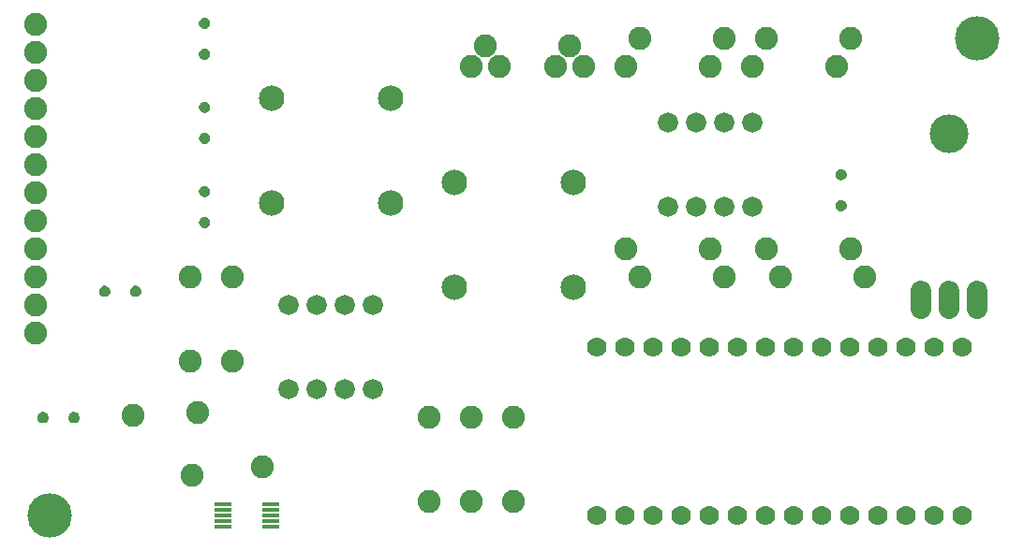
<source format=gts>
G04 EAGLE Gerber RS-274X export*
G75*
%MOMM*%
%FSLAX34Y34*%
%LPD*%
%INTop Soldermask*%
%IPPOS*%
%AMOC8*
5,1,8,0,0,1.08239X$1,22.5*%
G01*
%ADD10C,4.013200*%
%ADD11C,2.082800*%
%ADD12C,1.778000*%
%ADD13C,2.303200*%
%ADD14C,1.828800*%
%ADD15C,3.505200*%
%ADD16C,1.828800*%
%ADD17R,1.625600X0.431800*%

G36*
X177948Y478773D02*
X177948Y478773D01*
X178039Y478772D01*
X179003Y478903D01*
X179051Y478919D01*
X179140Y478938D01*
X180051Y479280D01*
X180094Y479306D01*
X180178Y479345D01*
X180989Y479882D01*
X181025Y479917D01*
X181098Y479973D01*
X181770Y480677D01*
X181798Y480719D01*
X181856Y480790D01*
X182354Y481626D01*
X182355Y481629D01*
X182357Y481631D01*
X182363Y481650D01*
X182372Y481673D01*
X182412Y481755D01*
X182712Y482681D01*
X182719Y482731D01*
X182741Y482820D01*
X182827Y483789D01*
X182823Y483836D01*
X182826Y483911D01*
X182724Y484887D01*
X182710Y484935D01*
X182694Y485025D01*
X182378Y485954D01*
X182354Y485998D01*
X182317Y486083D01*
X181803Y486918D01*
X181769Y486955D01*
X181715Y487030D01*
X181027Y487730D01*
X180986Y487759D01*
X180917Y487819D01*
X180090Y488348D01*
X180044Y488367D01*
X179963Y488411D01*
X179040Y488743D01*
X178990Y488751D01*
X178901Y488776D01*
X177927Y488894D01*
X177877Y488891D01*
X177791Y488895D01*
X176789Y488800D01*
X176740Y488786D01*
X176650Y488770D01*
X175694Y488454D01*
X175649Y488430D01*
X175565Y488395D01*
X174704Y487873D01*
X174666Y487840D01*
X174591Y487787D01*
X173867Y487087D01*
X173838Y487046D01*
X173777Y486977D01*
X173227Y486134D01*
X173207Y486088D01*
X173163Y486007D01*
X172815Y485063D01*
X172806Y485013D01*
X172781Y484925D01*
X172651Y483927D01*
X172653Y483884D01*
X172652Y483758D01*
X172791Y482747D01*
X172807Y482699D01*
X172826Y482609D01*
X173188Y481654D01*
X173214Y481611D01*
X173253Y481527D01*
X173817Y480677D01*
X173852Y480640D01*
X173909Y480568D01*
X174649Y479864D01*
X174691Y479836D01*
X174762Y479778D01*
X175640Y479257D01*
X175687Y479239D01*
X175769Y479198D01*
X176741Y478885D01*
X176791Y478878D01*
X176880Y478857D01*
X177898Y478768D01*
X177948Y478773D01*
G37*
G36*
X177948Y450782D02*
X177948Y450782D01*
X178039Y450781D01*
X179003Y450912D01*
X179051Y450928D01*
X179140Y450947D01*
X180051Y451289D01*
X180094Y451315D01*
X180178Y451354D01*
X180989Y451891D01*
X181025Y451926D01*
X181098Y451982D01*
X181770Y452686D01*
X181798Y452728D01*
X181856Y452799D01*
X182354Y453635D01*
X182355Y453638D01*
X182357Y453640D01*
X182363Y453660D01*
X182372Y453682D01*
X182412Y453764D01*
X182712Y454690D01*
X182719Y454740D01*
X182741Y454829D01*
X182827Y455798D01*
X182823Y455845D01*
X182826Y455920D01*
X182724Y456896D01*
X182710Y456944D01*
X182694Y457034D01*
X182378Y457963D01*
X182354Y458007D01*
X182317Y458092D01*
X181803Y458927D01*
X181769Y458964D01*
X181715Y459039D01*
X181027Y459739D01*
X180986Y459768D01*
X180917Y459828D01*
X180090Y460357D01*
X180044Y460376D01*
X179963Y460420D01*
X179040Y460752D01*
X178990Y460760D01*
X178901Y460785D01*
X177927Y460903D01*
X177877Y460900D01*
X177791Y460904D01*
X176789Y460809D01*
X176740Y460795D01*
X176650Y460779D01*
X175694Y460463D01*
X175649Y460439D01*
X175565Y460404D01*
X174704Y459882D01*
X174666Y459849D01*
X174591Y459796D01*
X173867Y459096D01*
X173838Y459055D01*
X173777Y458986D01*
X173227Y458143D01*
X173207Y458097D01*
X173163Y458016D01*
X172815Y457072D01*
X172806Y457022D01*
X172781Y456934D01*
X172651Y455936D01*
X172653Y455893D01*
X172652Y455767D01*
X172791Y454756D01*
X172807Y454708D01*
X172826Y454618D01*
X173188Y453663D01*
X173214Y453620D01*
X173253Y453536D01*
X173817Y452686D01*
X173852Y452649D01*
X173909Y452577D01*
X174649Y451873D01*
X174691Y451845D01*
X174762Y451787D01*
X175640Y451266D01*
X175687Y451248D01*
X175769Y451207D01*
X176741Y450894D01*
X176791Y450887D01*
X176880Y450866D01*
X177898Y450777D01*
X177948Y450782D01*
G37*
G36*
X59727Y121853D02*
X59727Y121853D01*
X59853Y121852D01*
X60864Y121991D01*
X60912Y122007D01*
X61002Y122026D01*
X61957Y122388D01*
X62000Y122414D01*
X62084Y122453D01*
X62934Y123017D01*
X62971Y123052D01*
X63043Y123109D01*
X63747Y123849D01*
X63775Y123891D01*
X63833Y123962D01*
X64354Y124840D01*
X64372Y124887D01*
X64413Y124969D01*
X64726Y125941D01*
X64733Y125991D01*
X64754Y126080D01*
X64843Y127098D01*
X64838Y127148D01*
X64839Y127239D01*
X64708Y128203D01*
X64692Y128251D01*
X64673Y128340D01*
X64331Y129251D01*
X64305Y129294D01*
X64266Y129378D01*
X63729Y130189D01*
X63694Y130225D01*
X63638Y130298D01*
X62934Y130970D01*
X62892Y130998D01*
X62821Y131056D01*
X61986Y131554D01*
X61938Y131572D01*
X61856Y131612D01*
X60931Y131912D01*
X60880Y131919D01*
X60791Y131941D01*
X59822Y132027D01*
X59775Y132023D01*
X59700Y132026D01*
X58724Y131924D01*
X58676Y131910D01*
X58586Y131894D01*
X57657Y131578D01*
X57613Y131554D01*
X57528Y131517D01*
X56693Y131003D01*
X56656Y130969D01*
X56581Y130915D01*
X55882Y130227D01*
X55852Y130186D01*
X55792Y130117D01*
X55263Y129290D01*
X55244Y129244D01*
X55200Y129163D01*
X54868Y128240D01*
X54860Y128190D01*
X54835Y128101D01*
X54717Y127127D01*
X54720Y127077D01*
X54716Y126991D01*
X54811Y125989D01*
X54825Y125940D01*
X54841Y125850D01*
X55157Y124894D01*
X55181Y124849D01*
X55217Y124765D01*
X55738Y123904D01*
X55771Y123866D01*
X55824Y123791D01*
X56524Y123067D01*
X56565Y123038D01*
X56634Y122977D01*
X57477Y122427D01*
X57523Y122407D01*
X57604Y122363D01*
X58548Y122015D01*
X58598Y122006D01*
X58686Y121981D01*
X59684Y121851D01*
X59727Y121853D01*
G37*
G36*
X31736Y121853D02*
X31736Y121853D01*
X31862Y121852D01*
X32873Y121991D01*
X32921Y122007D01*
X33011Y122026D01*
X33966Y122388D01*
X34009Y122414D01*
X34093Y122453D01*
X34943Y123017D01*
X34980Y123052D01*
X35052Y123109D01*
X35756Y123849D01*
X35784Y123891D01*
X35842Y123962D01*
X36363Y124840D01*
X36381Y124887D01*
X36422Y124969D01*
X36735Y125941D01*
X36742Y125991D01*
X36763Y126080D01*
X36852Y127098D01*
X36847Y127148D01*
X36848Y127239D01*
X36717Y128203D01*
X36701Y128251D01*
X36682Y128340D01*
X36340Y129251D01*
X36314Y129294D01*
X36275Y129378D01*
X35738Y130189D01*
X35703Y130225D01*
X35647Y130298D01*
X34943Y130970D01*
X34901Y130998D01*
X34830Y131056D01*
X33995Y131554D01*
X33947Y131572D01*
X33865Y131612D01*
X32940Y131912D01*
X32889Y131919D01*
X32800Y131941D01*
X31831Y132027D01*
X31784Y132023D01*
X31709Y132026D01*
X30733Y131924D01*
X30685Y131910D01*
X30595Y131894D01*
X29666Y131578D01*
X29622Y131554D01*
X29537Y131517D01*
X28702Y131003D01*
X28665Y130969D01*
X28590Y130915D01*
X27891Y130227D01*
X27861Y130186D01*
X27801Y130117D01*
X27272Y129290D01*
X27253Y129244D01*
X27209Y129163D01*
X26877Y128240D01*
X26869Y128190D01*
X26844Y128101D01*
X26726Y127127D01*
X26729Y127077D01*
X26725Y126991D01*
X26820Y125989D01*
X26834Y125940D01*
X26850Y125850D01*
X27166Y124894D01*
X27190Y124849D01*
X27226Y124765D01*
X27747Y123904D01*
X27780Y123866D01*
X27833Y123791D01*
X28533Y123067D01*
X28574Y123038D01*
X28643Y122977D01*
X29486Y122427D01*
X29532Y122407D01*
X29613Y122363D01*
X30557Y122015D01*
X30607Y122006D01*
X30695Y121981D01*
X31693Y121851D01*
X31736Y121853D01*
G37*
G36*
X754121Y341831D02*
X754121Y341831D01*
X754170Y341845D01*
X754260Y341861D01*
X755216Y342177D01*
X755261Y342201D01*
X755345Y342237D01*
X756206Y342758D01*
X756244Y342791D01*
X756319Y342844D01*
X757043Y343544D01*
X757072Y343585D01*
X757133Y343654D01*
X757683Y344497D01*
X757703Y344543D01*
X757747Y344624D01*
X758095Y345568D01*
X758104Y345618D01*
X758129Y345706D01*
X758259Y346704D01*
X758257Y346747D01*
X758258Y346873D01*
X758119Y347884D01*
X758103Y347932D01*
X758084Y348022D01*
X757722Y348977D01*
X757696Y349020D01*
X757658Y349104D01*
X757093Y349954D01*
X757058Y349991D01*
X757001Y350063D01*
X756262Y350767D01*
X756219Y350795D01*
X756148Y350853D01*
X755270Y351374D01*
X755223Y351392D01*
X755141Y351433D01*
X754169Y351746D01*
X754119Y351753D01*
X754030Y351774D01*
X753012Y351863D01*
X752962Y351858D01*
X752871Y351859D01*
X751907Y351728D01*
X751859Y351712D01*
X751770Y351693D01*
X750859Y351351D01*
X750816Y351325D01*
X750733Y351286D01*
X749921Y350749D01*
X749885Y350714D01*
X749812Y350658D01*
X749140Y349954D01*
X749113Y349912D01*
X749054Y349841D01*
X748556Y349006D01*
X748538Y348958D01*
X748498Y348876D01*
X748198Y347951D01*
X748191Y347900D01*
X748169Y347811D01*
X748083Y346842D01*
X748087Y346795D01*
X748084Y346720D01*
X748186Y345744D01*
X748200Y345696D01*
X748216Y345606D01*
X748532Y344677D01*
X748557Y344633D01*
X748593Y344548D01*
X749107Y343713D01*
X749141Y343676D01*
X749195Y343601D01*
X749883Y342902D01*
X749924Y342872D01*
X749993Y342812D01*
X750820Y342283D01*
X750866Y342264D01*
X750947Y342220D01*
X751870Y341888D01*
X751920Y341880D01*
X752009Y341855D01*
X752983Y341737D01*
X753033Y341740D01*
X753119Y341736D01*
X754121Y341831D01*
G37*
G36*
X178811Y326591D02*
X178811Y326591D01*
X178860Y326605D01*
X178950Y326621D01*
X179906Y326937D01*
X179951Y326961D01*
X180035Y326997D01*
X180896Y327518D01*
X180934Y327551D01*
X181009Y327604D01*
X181733Y328304D01*
X181762Y328345D01*
X181823Y328414D01*
X182373Y329257D01*
X182393Y329303D01*
X182437Y329384D01*
X182785Y330328D01*
X182794Y330378D01*
X182819Y330466D01*
X182949Y331464D01*
X182947Y331507D01*
X182948Y331633D01*
X182809Y332644D01*
X182793Y332692D01*
X182774Y332782D01*
X182412Y333737D01*
X182386Y333780D01*
X182348Y333864D01*
X181783Y334714D01*
X181748Y334751D01*
X181691Y334823D01*
X180952Y335527D01*
X180909Y335555D01*
X180838Y335613D01*
X179960Y336134D01*
X179913Y336152D01*
X179831Y336193D01*
X178859Y336506D01*
X178809Y336513D01*
X178720Y336534D01*
X177702Y336623D01*
X177652Y336618D01*
X177561Y336619D01*
X176597Y336488D01*
X176549Y336472D01*
X176460Y336453D01*
X175549Y336111D01*
X175506Y336085D01*
X175423Y336046D01*
X174611Y335509D01*
X174575Y335474D01*
X174502Y335418D01*
X173830Y334714D01*
X173803Y334672D01*
X173744Y334601D01*
X173246Y333766D01*
X173228Y333718D01*
X173188Y333636D01*
X172888Y332711D01*
X172881Y332660D01*
X172859Y332571D01*
X172773Y331602D01*
X172777Y331555D01*
X172774Y331480D01*
X172876Y330504D01*
X172890Y330456D01*
X172906Y330366D01*
X173222Y329437D01*
X173247Y329393D01*
X173283Y329308D01*
X173797Y328473D01*
X173831Y328436D01*
X173885Y328361D01*
X174573Y327662D01*
X174614Y327632D01*
X174683Y327572D01*
X175510Y327043D01*
X175556Y327024D01*
X175637Y326980D01*
X176560Y326648D01*
X176610Y326640D01*
X176699Y326615D01*
X177673Y326497D01*
X177723Y326500D01*
X177809Y326496D01*
X178811Y326591D01*
G37*
G36*
X178811Y402791D02*
X178811Y402791D01*
X178860Y402805D01*
X178950Y402821D01*
X179906Y403137D01*
X179951Y403161D01*
X180035Y403197D01*
X180896Y403718D01*
X180934Y403751D01*
X181009Y403804D01*
X181733Y404504D01*
X181762Y404545D01*
X181823Y404614D01*
X182373Y405457D01*
X182393Y405503D01*
X182437Y405584D01*
X182785Y406528D01*
X182794Y406578D01*
X182819Y406666D01*
X182949Y407664D01*
X182947Y407707D01*
X182948Y407833D01*
X182809Y408844D01*
X182793Y408892D01*
X182774Y408982D01*
X182412Y409937D01*
X182386Y409980D01*
X182348Y410064D01*
X181783Y410914D01*
X181748Y410951D01*
X181691Y411023D01*
X180952Y411727D01*
X180909Y411755D01*
X180838Y411813D01*
X179960Y412334D01*
X179913Y412352D01*
X179831Y412393D01*
X178859Y412706D01*
X178809Y412713D01*
X178720Y412734D01*
X177702Y412823D01*
X177652Y412818D01*
X177561Y412819D01*
X176597Y412688D01*
X176549Y412672D01*
X176460Y412653D01*
X175549Y412311D01*
X175506Y412285D01*
X175423Y412246D01*
X174611Y411709D01*
X174575Y411674D01*
X174502Y411618D01*
X173830Y410914D01*
X173803Y410872D01*
X173744Y410801D01*
X173246Y409966D01*
X173228Y409918D01*
X173188Y409836D01*
X172888Y408911D01*
X172881Y408860D01*
X172859Y408771D01*
X172773Y407802D01*
X172777Y407755D01*
X172774Y407680D01*
X172876Y406704D01*
X172890Y406656D01*
X172906Y406566D01*
X173222Y405637D01*
X173247Y405593D01*
X173283Y405508D01*
X173797Y404673D01*
X173831Y404636D01*
X173885Y404561D01*
X174573Y403862D01*
X174614Y403832D01*
X174683Y403772D01*
X175510Y403243D01*
X175556Y403224D01*
X175637Y403180D01*
X176560Y402848D01*
X176610Y402840D01*
X176699Y402815D01*
X177673Y402697D01*
X177723Y402700D01*
X177809Y402696D01*
X178811Y402791D01*
G37*
G36*
X178811Y298600D02*
X178811Y298600D01*
X178860Y298614D01*
X178950Y298630D01*
X179906Y298946D01*
X179951Y298970D01*
X180035Y299006D01*
X180896Y299527D01*
X180934Y299560D01*
X181009Y299613D01*
X181733Y300313D01*
X181762Y300354D01*
X181823Y300423D01*
X182373Y301266D01*
X182393Y301312D01*
X182437Y301393D01*
X182785Y302337D01*
X182794Y302387D01*
X182819Y302475D01*
X182949Y303473D01*
X182947Y303516D01*
X182948Y303642D01*
X182809Y304653D01*
X182793Y304701D01*
X182774Y304791D01*
X182412Y305746D01*
X182386Y305789D01*
X182348Y305873D01*
X181783Y306723D01*
X181748Y306760D01*
X181691Y306832D01*
X180952Y307536D01*
X180909Y307564D01*
X180838Y307622D01*
X179960Y308143D01*
X179913Y308161D01*
X179831Y308202D01*
X178859Y308515D01*
X178809Y308522D01*
X178720Y308543D01*
X177702Y308632D01*
X177652Y308627D01*
X177561Y308628D01*
X176597Y308497D01*
X176549Y308481D01*
X176460Y308462D01*
X175549Y308120D01*
X175506Y308094D01*
X175423Y308055D01*
X174611Y307518D01*
X174575Y307483D01*
X174502Y307427D01*
X173830Y306723D01*
X173803Y306681D01*
X173744Y306610D01*
X173246Y305775D01*
X173228Y305727D01*
X173188Y305645D01*
X172888Y304720D01*
X172881Y304669D01*
X172859Y304580D01*
X172773Y303611D01*
X172777Y303564D01*
X172774Y303489D01*
X172876Y302513D01*
X172890Y302465D01*
X172906Y302375D01*
X173222Y301446D01*
X173247Y301402D01*
X173283Y301317D01*
X173797Y300482D01*
X173831Y300445D01*
X173885Y300370D01*
X174573Y299671D01*
X174614Y299641D01*
X174683Y299581D01*
X175510Y299052D01*
X175556Y299033D01*
X175637Y298989D01*
X176560Y298657D01*
X176610Y298649D01*
X176699Y298624D01*
X177673Y298506D01*
X177723Y298509D01*
X177809Y298505D01*
X178811Y298600D01*
G37*
G36*
X115536Y236277D02*
X115536Y236277D01*
X115611Y236274D01*
X116587Y236376D01*
X116635Y236390D01*
X116725Y236406D01*
X117654Y236722D01*
X117698Y236747D01*
X117783Y236783D01*
X118618Y237297D01*
X118655Y237331D01*
X118730Y237385D01*
X119430Y238073D01*
X119459Y238114D01*
X119519Y238183D01*
X120048Y239010D01*
X120067Y239056D01*
X120111Y239137D01*
X120443Y240060D01*
X120451Y240110D01*
X120476Y240199D01*
X120594Y241173D01*
X120591Y241223D01*
X120595Y241309D01*
X120500Y242311D01*
X120486Y242360D01*
X120470Y242450D01*
X120154Y243406D01*
X120130Y243451D01*
X120095Y243535D01*
X119573Y244396D01*
X119540Y244434D01*
X119487Y244509D01*
X118787Y245233D01*
X118746Y245262D01*
X118677Y245323D01*
X117834Y245873D01*
X117788Y245893D01*
X117707Y245937D01*
X116763Y246285D01*
X116713Y246294D01*
X116625Y246319D01*
X115627Y246449D01*
X115584Y246447D01*
X115458Y246448D01*
X114447Y246309D01*
X114399Y246293D01*
X114309Y246274D01*
X113354Y245912D01*
X113311Y245886D01*
X113227Y245848D01*
X112377Y245283D01*
X112340Y245248D01*
X112268Y245191D01*
X111564Y244452D01*
X111536Y244409D01*
X111478Y244338D01*
X110957Y243460D01*
X110939Y243413D01*
X110898Y243331D01*
X110585Y242359D01*
X110578Y242309D01*
X110557Y242220D01*
X110468Y241202D01*
X110473Y241152D01*
X110472Y241061D01*
X110603Y240097D01*
X110619Y240049D01*
X110638Y239960D01*
X110980Y239049D01*
X111006Y239006D01*
X111045Y238923D01*
X111582Y238111D01*
X111617Y238075D01*
X111673Y238002D01*
X112377Y237330D01*
X112419Y237303D01*
X112490Y237244D01*
X113326Y236746D01*
X113373Y236728D01*
X113455Y236688D01*
X114381Y236388D01*
X114431Y236381D01*
X114520Y236359D01*
X115489Y236273D01*
X115536Y236277D01*
G37*
G36*
X87545Y236277D02*
X87545Y236277D01*
X87620Y236274D01*
X88596Y236376D01*
X88644Y236390D01*
X88734Y236406D01*
X89663Y236722D01*
X89707Y236747D01*
X89792Y236783D01*
X90627Y237297D01*
X90664Y237331D01*
X90739Y237385D01*
X91439Y238073D01*
X91468Y238114D01*
X91528Y238183D01*
X92057Y239010D01*
X92076Y239056D01*
X92120Y239137D01*
X92452Y240060D01*
X92460Y240110D01*
X92485Y240199D01*
X92603Y241173D01*
X92600Y241223D01*
X92604Y241309D01*
X92509Y242311D01*
X92495Y242360D01*
X92479Y242450D01*
X92163Y243406D01*
X92139Y243451D01*
X92104Y243535D01*
X91582Y244396D01*
X91549Y244434D01*
X91496Y244509D01*
X90796Y245233D01*
X90755Y245262D01*
X90686Y245323D01*
X89843Y245873D01*
X89797Y245893D01*
X89716Y245937D01*
X88772Y246285D01*
X88722Y246294D01*
X88634Y246319D01*
X87636Y246449D01*
X87593Y246447D01*
X87467Y246448D01*
X86456Y246309D01*
X86408Y246293D01*
X86318Y246274D01*
X85363Y245912D01*
X85320Y245886D01*
X85236Y245848D01*
X84386Y245283D01*
X84349Y245248D01*
X84277Y245191D01*
X83573Y244452D01*
X83545Y244409D01*
X83487Y244338D01*
X82966Y243460D01*
X82948Y243413D01*
X82907Y243331D01*
X82594Y242359D01*
X82587Y242309D01*
X82566Y242220D01*
X82477Y241202D01*
X82482Y241152D01*
X82481Y241061D01*
X82612Y240097D01*
X82628Y240049D01*
X82647Y239960D01*
X82989Y239049D01*
X83015Y239006D01*
X83054Y238923D01*
X83591Y238111D01*
X83626Y238075D01*
X83682Y238002D01*
X84386Y237330D01*
X84428Y237303D01*
X84499Y237244D01*
X85335Y236746D01*
X85382Y236728D01*
X85464Y236688D01*
X86390Y236388D01*
X86440Y236381D01*
X86529Y236359D01*
X87498Y236273D01*
X87545Y236277D01*
G37*
G36*
X178811Y374800D02*
X178811Y374800D01*
X178860Y374814D01*
X178950Y374830D01*
X179906Y375146D01*
X179951Y375170D01*
X180035Y375206D01*
X180896Y375727D01*
X180934Y375760D01*
X181009Y375813D01*
X181733Y376513D01*
X181762Y376554D01*
X181823Y376623D01*
X182373Y377466D01*
X182393Y377512D01*
X182437Y377593D01*
X182785Y378537D01*
X182794Y378587D01*
X182819Y378675D01*
X182949Y379673D01*
X182947Y379716D01*
X182948Y379842D01*
X182809Y380853D01*
X182793Y380901D01*
X182774Y380991D01*
X182412Y381946D01*
X182386Y381989D01*
X182348Y382073D01*
X181783Y382923D01*
X181748Y382960D01*
X181691Y383032D01*
X180952Y383736D01*
X180909Y383764D01*
X180838Y383822D01*
X179960Y384343D01*
X179913Y384361D01*
X179831Y384402D01*
X178859Y384715D01*
X178809Y384722D01*
X178720Y384743D01*
X177702Y384832D01*
X177652Y384827D01*
X177561Y384828D01*
X176597Y384697D01*
X176549Y384681D01*
X176460Y384662D01*
X175549Y384320D01*
X175506Y384294D01*
X175423Y384255D01*
X174611Y383718D01*
X174575Y383683D01*
X174502Y383627D01*
X173830Y382923D01*
X173803Y382881D01*
X173744Y382810D01*
X173246Y381975D01*
X173228Y381927D01*
X173188Y381845D01*
X172888Y380920D01*
X172881Y380869D01*
X172859Y380780D01*
X172773Y379811D01*
X172777Y379764D01*
X172774Y379689D01*
X172876Y378713D01*
X172890Y378665D01*
X172906Y378575D01*
X173222Y377646D01*
X173247Y377602D01*
X173283Y377517D01*
X173797Y376682D01*
X173831Y376645D01*
X173885Y376570D01*
X174573Y375871D01*
X174614Y375841D01*
X174683Y375781D01*
X175510Y375252D01*
X175556Y375233D01*
X175637Y375189D01*
X176560Y374857D01*
X176610Y374849D01*
X176699Y374824D01*
X177673Y374706D01*
X177723Y374709D01*
X177809Y374705D01*
X178811Y374800D01*
G37*
G36*
X754121Y313840D02*
X754121Y313840D01*
X754170Y313854D01*
X754260Y313870D01*
X755216Y314186D01*
X755261Y314210D01*
X755345Y314246D01*
X756206Y314767D01*
X756244Y314800D01*
X756319Y314853D01*
X757043Y315553D01*
X757072Y315594D01*
X757133Y315663D01*
X757683Y316506D01*
X757703Y316552D01*
X757747Y316633D01*
X758095Y317577D01*
X758104Y317627D01*
X758129Y317715D01*
X758259Y318713D01*
X758257Y318756D01*
X758258Y318882D01*
X758119Y319893D01*
X758103Y319941D01*
X758084Y320031D01*
X757722Y320986D01*
X757696Y321029D01*
X757658Y321113D01*
X757093Y321963D01*
X757058Y322000D01*
X757001Y322072D01*
X756262Y322776D01*
X756219Y322804D01*
X756148Y322862D01*
X755270Y323383D01*
X755223Y323401D01*
X755141Y323442D01*
X754169Y323755D01*
X754119Y323762D01*
X754030Y323783D01*
X753012Y323872D01*
X752962Y323867D01*
X752871Y323868D01*
X751907Y323737D01*
X751859Y323721D01*
X751770Y323702D01*
X750859Y323360D01*
X750816Y323334D01*
X750733Y323295D01*
X749921Y322758D01*
X749885Y322723D01*
X749812Y322667D01*
X749140Y321963D01*
X749113Y321921D01*
X749054Y321850D01*
X748556Y321015D01*
X748538Y320967D01*
X748498Y320885D01*
X748198Y319960D01*
X748191Y319909D01*
X748169Y319820D01*
X748083Y318851D01*
X748087Y318804D01*
X748084Y318729D01*
X748186Y317753D01*
X748200Y317705D01*
X748216Y317615D01*
X748532Y316686D01*
X748557Y316642D01*
X748593Y316557D01*
X749107Y315722D01*
X749141Y315685D01*
X749195Y315610D01*
X749883Y314911D01*
X749924Y314881D01*
X749993Y314821D01*
X750820Y314292D01*
X750866Y314273D01*
X750947Y314229D01*
X751870Y313897D01*
X751920Y313889D01*
X752009Y313864D01*
X752983Y313746D01*
X753033Y313749D01*
X753119Y313745D01*
X754121Y313840D01*
G37*
D10*
X876300Y469900D03*
X38100Y38100D03*
D11*
X25400Y482600D03*
X25400Y457200D03*
X25400Y431800D03*
X25400Y406400D03*
X25400Y381000D03*
X25400Y355600D03*
X25400Y330200D03*
X25400Y304800D03*
X25400Y279400D03*
X25400Y254000D03*
X25400Y228600D03*
X25400Y203200D03*
X495300Y444500D03*
X508000Y463550D03*
X520700Y444500D03*
X419100Y444500D03*
X431800Y463550D03*
X444500Y444500D03*
X698500Y254000D03*
X774700Y254000D03*
X685800Y279400D03*
X762000Y279400D03*
X647700Y254000D03*
X571500Y254000D03*
X635000Y444500D03*
X558800Y444500D03*
X673100Y444500D03*
X749300Y444500D03*
X685800Y469900D03*
X762000Y469900D03*
X571500Y469900D03*
X647700Y469900D03*
X112759Y128541D03*
X166641Y74659D03*
X558800Y279400D03*
X635000Y279400D03*
D12*
X862330Y190500D03*
X836930Y190500D03*
X811530Y190500D03*
X786130Y190500D03*
X760730Y190500D03*
X735330Y190500D03*
X709930Y190500D03*
X684530Y190500D03*
X659130Y190500D03*
X633730Y190500D03*
X608330Y190500D03*
X582930Y190500D03*
X557530Y190500D03*
X532130Y190500D03*
X532130Y38100D03*
X557530Y38100D03*
X582930Y38100D03*
X608330Y38100D03*
X633730Y38100D03*
X659130Y38100D03*
X684530Y38100D03*
X709930Y38100D03*
X735330Y38100D03*
X760730Y38100D03*
X786130Y38100D03*
X811530Y38100D03*
X836930Y38100D03*
X862330Y38100D03*
D13*
X403700Y244600D03*
X510700Y244600D03*
X510700Y339600D03*
X403700Y339600D03*
X238600Y320800D03*
X345600Y320800D03*
X345600Y415800D03*
X238600Y415800D03*
D14*
X825500Y241808D02*
X825500Y225552D01*
X850900Y225552D02*
X850900Y241808D01*
X876300Y241808D02*
X876300Y225552D01*
D15*
X850900Y383540D03*
D16*
X596900Y317500D03*
X622300Y317500D03*
X622300Y393700D03*
X596900Y393700D03*
X647700Y317500D03*
X673100Y317500D03*
X647700Y393700D03*
X673100Y393700D03*
D17*
X194183Y48100D03*
X194183Y43100D03*
X194183Y38100D03*
X194183Y33100D03*
X194183Y28100D03*
X237617Y28100D03*
X237617Y33100D03*
X237617Y38100D03*
X237617Y43100D03*
X237617Y48100D03*
D11*
X381000Y50800D03*
X381000Y127000D03*
X457200Y50800D03*
X457200Y127000D03*
X419100Y127000D03*
X419100Y50800D03*
X229718Y82037D03*
X171602Y131323D03*
D16*
X254000Y152400D03*
X279400Y152400D03*
X279400Y228600D03*
X254000Y228600D03*
X304800Y152400D03*
X330200Y152400D03*
X304800Y228600D03*
X330200Y228600D03*
D11*
X203200Y177800D03*
X203200Y254000D03*
X165100Y254000D03*
X165100Y177800D03*
M02*

</source>
